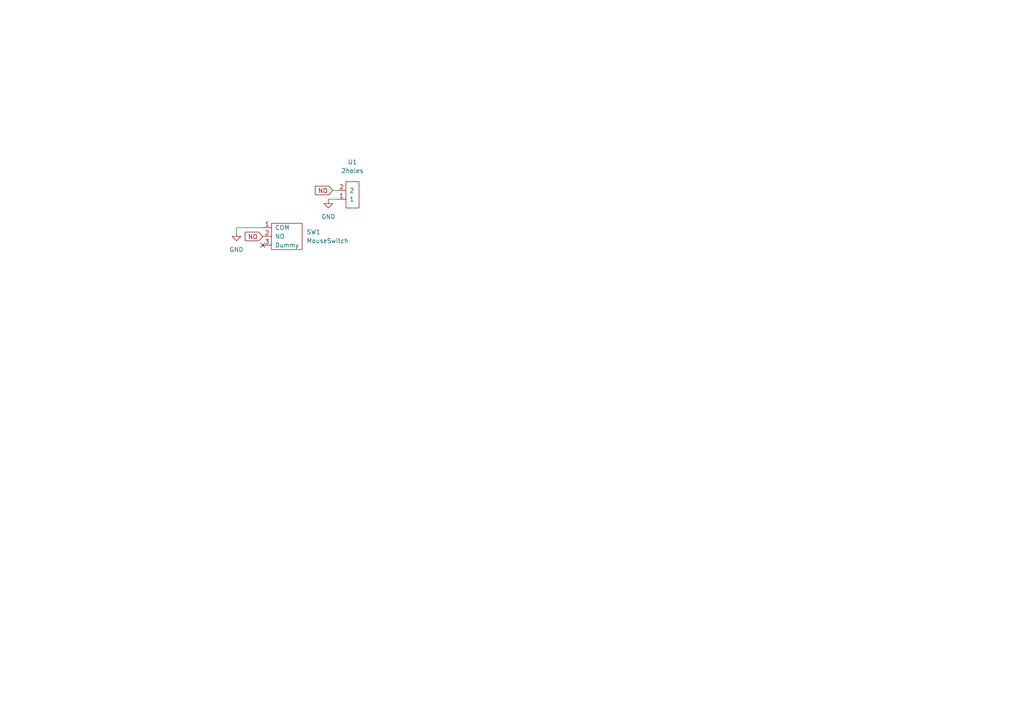
<source format=kicad_sch>
(kicad_sch (version 20211123) (generator eeschema)
  (paper "A4")
  (lib_symbols
    (symbol "133Library:2holes" (pin_names (offset 1.016))
      (property "Reference" "U" (at 0 0 0))
      (property "Value" "2holes" (at 0 2.54 0))
      (symbol "2holes_0_1"
        (rectangle (start 2.54 -7.62) (end 6.35 0))
      )
      (symbol "2holes_1_1"
        (pin input line (at 0 -2.54 0) (length 2.54) (name "1") (number "1"))
        (pin input line (at 0 -5.08 0) (length 2.54) (name "2") (number "2"))
      )
    )
    (symbol "133Library:MouseSwitch" (pin_names (offset 1.016))
      (property "Reference" "SW" (at 0 3.81 0))
      (property "Value" "MouseSwitch" (at 0 1.27 0))
      (symbol "MouseSwitch_0_1"
        (rectangle (start -2.54 0) (end 6.35 -7.62))
      )
      (symbol "MouseSwitch_1_1"
        (pin input line (at -5.08 -1.27 0) (length 2.54) (name "COM") (number "1"))
        (pin input line (at -5.08 -3.81 0) (length 2.54) (name "NO") (number "2"))
        (pin input line (at -5.08 -6.35 0) (length 2.54) (name "Dummy") (number "3"))
      )
    )
    (symbol "power:GND" (power) (pin_names (offset 0))
      (property "Value" "GND" (at 0 -3.81 0))
      (symbol "GND_0_1"
        (polyline (pts (xy 0 0) (xy 0 -1.27) (xy 1.27 -1.27) (xy 0 -2.54) (xy -1.27 -1.27) (xy 0 -1.27)))
      )
      (symbol "GND_1_1"
        (pin power_in line (at 0 0 270) (length 0) hide (name "GND") (number "1"))
      )
    )
  )
  (no_connect (at 76.2 71.12))
  (wire (pts (xy 95.25 57.785) (xy 97.79 57.785)))
  (wire (pts (xy 68.58 66.04) (xy 76.2 66.04)))
  (wire (pts (xy 68.58 67.31) (xy 68.58 66.04)))
  (wire (pts (xy 96.52 55.245) (xy 97.79 55.245)))
  (global_label "NO" (shape input) (at 76.2 68.58 180) (property "Intersheet References" "${INTERSHEET_REFS}" (effects hide)))
  (global_label "NO" (shape input) (at 96.52 55.245 180) (property "Intersheet References" "${INTERSHEET_REFS}" (effects hide)))
  (symbol (lib_id "power:GND") (at 95.25 57.785 0) (unit 1)
    (property "Reference" "#PWR0102" (effects hide))
    (property "Value" "GND" (at 95.25 62.865 0))
  )
  (symbol (lib_id "133Library:2holes") (at 97.79 60.325 0) (mirror x) (unit 1)
    (property "Reference" "U1" (at 102.235 46.99 0))
    (property "Value" "2holes" (at 102.235 49.53 0))
    (property "Footprint" "133Library:2holes" (effects hide))
  )
  (symbol (lib_id "133Library:MouseSwitch") (at 81.28 64.77 0) (unit 1)
    (property "Reference" "SW1" (at 88.9 67.3099 0) (effects (justify left)))
    (property "Value" "MouseSwitch" (at 88.9 69.8499 0) (effects (justify left)))
    (property "Footprint" "133Library:7305 Socket" (effects hide))
  )
  (symbol (lib_id "power:GND") (at 68.58 67.31 0) (unit 1)
    (property "Reference" "#PWR0101" (effects hide))
    (property "Value" "GND" (at 68.58 72.39 0))
  )
)
</source>
